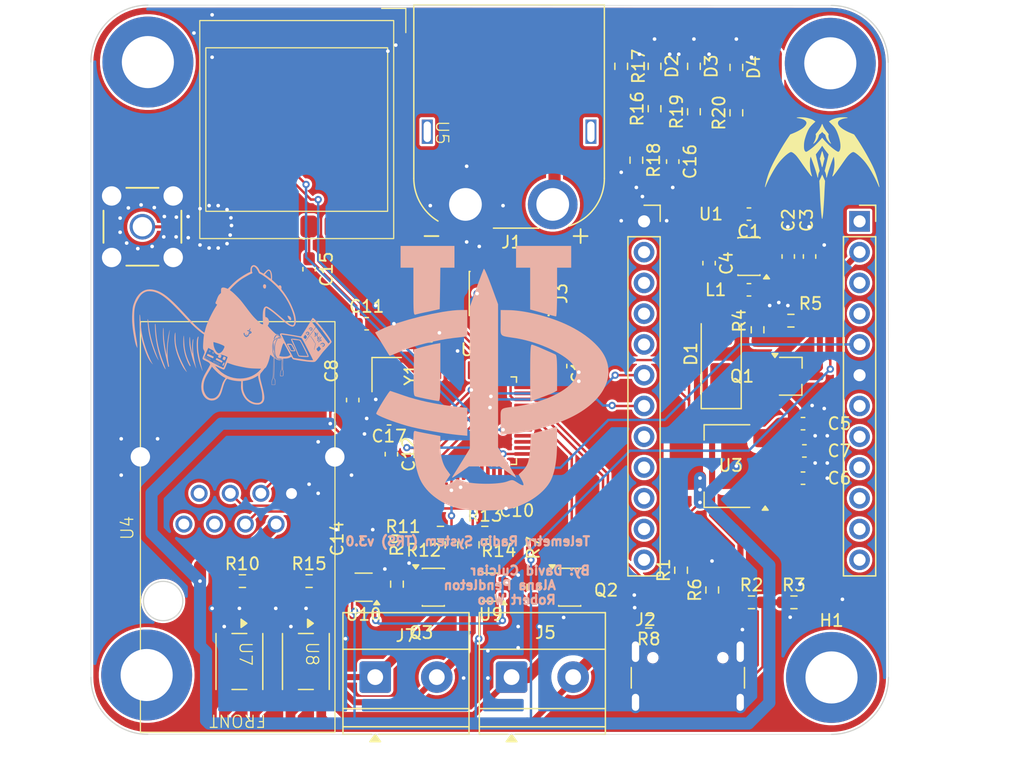
<source format=kicad_pcb>
(kicad_pcb (version 20241229) (generator "pcbnew") (generator_version "9.0")
  (layers (0 "F.Cu" signal) (2 "B.Cu" power) (13 "F.Paste" user) (15 "B.Paste" user) (5 "F.SilkS" user "F.Silkscreen") (7 "B.SilkS" user "B.Silkscreen") (1 "F.Mask" user) (3 "B.Mask" user) (25 "Edge.Cuts" user))
  (net 0 "")
  (net 1 "GND")
  (net 2 "+8V")
  (net 3 "+5V")
  (net 4 "Net-(U1-SW)")
  (net 5 "Net-(U1-BST)")
  (net 8 "NRST")
  (net 9 "Net-(J2-CC2)")
  (net 10 "Net-(D1-K)")
  (net 11 "+3.3V")
  (net 12 "USB_DM")
  (net 13 "USB_DP")
  (net 14 "USB_DETECT")
  (net 15 "SWDIO")
  (net 17 "Net-(U2-PD0)")
  (net 21 "SWCLK")
  (net 27 "Net-(J2-CC1)")
  (net 30 "NRST_LORA")
  (net 32 "NMOS1")
  (net 33 "RADIO_MISO")
  (net 39 "unconnected-(Y1-Pad1)")
  (net 40 "STM_TX_LORA_RX")
  (net 42 "STM_TX_ETH_RX")
  (net 43 "Net-(Q1-G)")
  (net 44 "RADIO_nRST")
  (net 45 "ETH_RST")
  (net 46 "STM_RX_LORA_TX")
  (net 47 "RADIO_CS")
  (net 48 "RADIO_MOSI")
  (net 49 "STM_RX_ETH_TX")
  (net 50 "RADIO_SCK")
  (net 51 "Net-(J4-In)")
  (net 52 "RADIO_DIO0")
  (net 53 "RADIO_DIO2")
  (net 54 "RADIO_DIO5")
  (net 55 "RADIO_DIO4")
  (net 56 "RADIO_DIO1")
  (net 57 "RADIO_DIO3")
  (net 58 "LOGICA1")
  (net 59 "st12")
  (net 60 "st11")
  (net 61 "st22")
  (net 62 "LOGICA2")
  (net 63 "NMOS2")
  (net 72 "USB5V")
  (net 87 "st21")
  (net 88 "Net-(R10-Pad1)")
  (net 89 "Net-(R10-Pad2)")
  (net 90 "Net-(R13-Pad2)")
  (net 91 "Net-(R15-Pad2)")
  (net 92 "ADC1")
  (net 93 "Net-(D2-A)")
  (net 94 "Net-(D3-A)")
  (net 95 "Net-(D4-A)")
  (net 96 "LOGICB2")
  (net 97 "LOGICB1")
  (footprint "Resistor_SMD:R_0603_1608Metric_Pad0.98x0.95mm_HandSolder" (layer "F.Cu") (at 149.19 136.35 90)
    (property "Reference" "R1")
    (property "Value" "1.5k")
  )
  (footprint "Capacitor_SMD:C_0603_1608Metric_Pad1.08x0.95mm_HandSolder" (layer "F.Cu") (at 154.79 113.2)
    (property "Reference" "L1")
    (property "Value" "4.7uf")
  )
  (footprint "Capacitor_SMD:C_0603_1608Metric_Pad1.08x0.95mm_HandSolder" (layer "F.Cu") (at 159.25 128.75)
    (property "Reference" "C6")
    (property "Value" "10uf")
  )
  (footprint "Package_TO_SOT_SMD:SOT-23-6" (layer "F.Cu") (at 128.75 137.75)
    (property "Reference" "Q3")
    (property "Value" "NMOS")
  )
  (footprint "Resistor_SMD:R_0603_1608Metric_Pad0.98x0.95mm_HandSolder" (layer "F.Cu") (at 132 134.25 -90)
    (property "Reference" "R14")
    (property "Value" "0")
  )
  (footprint "Capacitor_SMD:C_0603_1608Metric_Pad1.08x0.95mm_HandSolder" (layer "F.Cu") (at 154.79 106.95 180)
    (property "Reference" "C1")
    (property "Value" "10uf")
  )
  (footprint "Capacitor_SMD:C_0603_1608Metric_Pad1.08x0.95mm_HandSolder" (layer "F.Cu") (at 125.29 126.77 -90)
    (property "Reference" "C12")
    (property "Value" "0.1uf")
  )
  (footprint "Connector_PinHeader_1.27mm:PinHeader_2x05_P1.27mm_Vertical_SMD" (layer "F.Cu") (at 135 113.5 -90)
    (property "Reference" "J3")
    (property "Value" "ARM Cortex Debug")
  )
  (footprint "Resistor_SMD:R_0603_1608Metric_Pad0.98x0.95mm_HandSolder" (layer "F.Cu") (at 144.25 94.75 -90)
    (property "Reference" "R17")
    (property "Value" "10k")
  )
  (footprint "Capacitor_SMD:C_0603_1608Metric_Pad1.08x0.95mm_HandSolder" (layer "F.Cu") (at 148.5 102.6125 -90)
    (property "Reference" "C16")
    (property "Value" "100nf")
  )
  (footprint "Resistor_SMD:R_0603_1608Metric_Pad0.98x0.95mm_HandSolder" (layer "F.Cu") (at 125.75 137.5 90)
    (property "Reference" "R9")
    (property "Value" "100k")
  )
  (footprint "Resistor_SMD:R_0603_1608Metric_Pad0.98x0.95mm_HandSolder" (layer "F.Cu") (at 113 137.25)
    (property "Reference" "R10")
    (property "Value" "180")
  )
  (footprint "Resistor_SMD:R_0603_1608Metric_Pad0.98x0.95mm_HandSolder" (layer "F.Cu") (at 151.76 137.98 90)
    (property "Reference" "R6")
    (property "Value" "1.5k")
  )
  (footprint "Capacitor_SMD:C_0603_1608Metric_Pad1.08x0.95mm_HandSolder" (layer "F.Cu") (at 159.25 124.25)
    (property "Reference" "C5")
    (property "Value" "10uf")
  )
  (footprint "Connector_AMASS:AMASS_XT60PW-M_1x02_P7.20mm_Horizontal" (layer "F.Cu") (at 131.4 106.15)
    (property "Reference" "J1")
    (property "Value" "Conn_01x02_Pin")
  )
  (footprint "Package_TO_SOT_SMD:TSOT-23-6" (layer "F.Cu") (at 154.79 110.45 180)
    (property "Reference" "U1")
    (property "Value" "AP63205WU")
  )
  (footprint "UCIRP-KiCAD-Lib:Untitled" (layer "F.Cu") (at 146.135 107.55 180)
    (property "Reference" "U6" (hide yes))
    (property "Value" "SEEEDSTUDIOLORA" (hide yes))
  )
  (footprint "Resistor_SMD:R_0603_1608Metric_Pad0.98x0.95mm_HandSolder" (layer "F.Cu") (at 158.25 115.75 180)
    (property "Reference" "R5")
    (property "Value" "470k")
  )
  (footprint "Resistor_SMD:R_0603_1608Metric_Pad0.98x0.95mm_HandSolder" (layer "F.Cu") (at 145.5 102.5 -90)
    (property "Reference" "R18")
    (property "Value" "6.8k")
  )
  (footprint "Resistor_SMD:R_0603_1608Metric_Pad0.98x0.95mm_HandSolder" (layer "F.Cu") (at 150.25 94.75 -90)
    (property "Reference" "D3")
    (property "Value" "LED")
  )
  (footprint "MountingHole:MountingHole_4.3mm_M4_DIN965_Pad_TopBottom" (layer "F.Cu") (at 105.2 94.4)
    (property "Reference" "H3" (hide yes))
    (property "Value" "MountingHole_Pad")
  )
  (footprint "Package_TO_SOT_SMD:TSOT-23_HandSoldering" (layer "F.Cu") (at 158.2125 120.3375)
    (property "Reference" "Q1")
    (property "Value" "Q_PMOS")
  )
  (footprint "Resistor_SMD:R_0603_1608Metric_Pad0.98x0.95mm_HandSolder" (layer "F.Cu") (at 137 137.75 90)
    (property "Reference" "R7")
    (property "Value" "100k")
  )
  (footprint "Resistor_SMD:R_0603_1608Metric_Pad0.98x0.95mm_HandSolder" (layer "F.Cu") (at 130.25 134.25 -90)
    (property "Reference" "R12")
    (property "Value" "0")
  )
  (footprint "TerminalBlock_Phoenix:TerminalBlock_Phoenix_MKDS-1,5-2-5.08_1x02_P5.08mm_Horizontal" (layer "F.Cu") (at 123.955 145.1725)
    (property "Reference" "J7")
    (property "Value" "Screw_Terminal_01x02")
  )
  (footprint "Resistor_SMD:R_0603_1608Metric_Pad0.98x0.95mm_HandSolder" (layer "F.Cu") (at 153.75 94.8375 -90)
    (property "Reference" "D4")
    (property "Value" "LED")
  )
  (footprint "UCIRP-KiCAD-Lib:RFM95W" (layer "F.Cu") (at 117.48 99.97 -90)
    (property "Reference" "U5")
    (property "Value" "~")
  )
  (footprint "Package_TO_SOT_SMD:SOT-363_SC-70-6" (layer "F.Cu") (at 133.5 137.75 180)
    (property "Reference" "U9")
    (property "Value" "SN74LVC1T45DCK")
  )
  (footprint "Package_TO_SOT_SMD:SOT-23-6" (layer "F.Cu") (at 140 137.75)
    (property "Reference" "Q2")
    (property "Value" "NMOS")
  )
  (footprint "Capacitor_SMD:C_0603_1608Metric_Pad1.08x0.95mm_HandSolder" (layer "F.Cu") (at 125.1 123.85 180)
    (property "Reference" "C17")
    (property "Value" "0.1uf")
  )
  (footprint "MountingHole:MountingHole_4.3mm_M4_DIN965_Pad_TopBottom" (layer "F.Cu") (at 161.5 94.5)
    (property "Reference" "H4" (hide yes))
    (property "Value" "MountingHole_Pad")
  )
  (footprint "Resistor_SMD:R_0603_1608Metric_Pad0.98x0.95mm_HandSolder" (layer "F.Cu") (at 147 94.75 -90)
    (property "Reference" "D2")
    (property "Value" "LED")
  )
  (footprint "Resistor_SMD:R_0603_1608Metric_Pad0.98x0.95mm_HandSolder" (layer "F.Cu") (at 158.5 139)
    (property "Reference" "R3")
    (property "Value" "20k")
  )
  (footprint "Package_QFP:LQFP-48_7x7mm_P0.5mm" (layer "F.Cu") (at 132 124)
    (property "Reference" "U2")
    (property "Value" "STM32F103C8Tx")
  )
  (footprint "Package_TO_SOT_SMD:SOT-363_SC-70-6" (layer "F.Cu") (at 123 137.75 180)
    (property "Reference" "U10")
    (property "Value" "SN74LVC1T45DCK")
  )
  (footprint "Capacitor_SMD:C_0603_1608Metric_Pad1.08x0.95mm_HandSolder" (layer "F.Cu") (at 158.03 110.45 90)
    (property "Reference" "C2")
    (property "Value" "22uf")
  )
  (footprint "TerminalBlock_Phoenix:TerminalBlock_Phoenix_MKDS-1,5-2-5.08_1x02_P5.08mm_Horizontal" (layer "F.Cu") (at 135.205 145.1725)
    (property "Reference" "J5")
    (property "Value" "Screw_Terminal_01x02")
  )
  (footprint "Resistor_SMD:R_0603_1608Metric_Pad0.98x0.95mm_HandSolder" (layer "F.Cu") (at 146.52 140.6 180)
    (property "Reference" "R8")
    (property "Value" "1.5k")
  )
  (footprint "Capacitor_SMD:C_0603_1608Metric_Pad1.08x0.95mm_HandSolder" (layer "F.Cu") (at 151.5 111 -90)
    (property "Reference" "C4")
    (property "Value" "100nf")
  )
  (footprint "Crystal:Crystal_SMD_2016-4Pin_2.0x1.6mm" (layer "F.Cu") (at 124.9 120.2 -90)
    (property "Reference" "Y1")
    (property "Value" "16MHz")
  )
  (footprint "Capacitor_SMD:C_0603_1608Metric_Pad1.08x0.95mm_HandSolder" (layer "F.Cu") (at 122.1 122.3 -90)
    (property "Reference" "C8")
    (property "Value" "4.7uf")
  )
  (footprint "Resistor_SMD:R_0603_1608Metric_Pad0.98x0.95mm_HandSolder" (layer "F.Cu") (at 150.25 98.5 90)
    (property "Reference" "R19")
    (property "Value" "150")
  )
  (footprint "Capacitor_SMD:C_0603_1608Metric_Pad1.08x0.95mm_HandSolder" (layer "F.Cu") (at 128.5 118)
    (property "Reference" "C9")
    (property "Value" "0.1uf")
  )
  (footprint "Capacitor_SMD:C_0603_1608Metric_Pad1.08x0.95mm_HandSolder" (layer "F.Cu") (at 139.25 119.5 -90)
    (property "Reference" "C13")
    (property "Value" "0.1uf")
  )
  (footprint "UCIRP-KiCAD-Lib:optocoupler" (layer "F.Cu") (at 118.25 143.25 -90)
    (property "Reference" "U8")
    (property "Value" "TLP3553A(TP1,F")
  )
  (footprint "Resistor_SMD:R_0603_1608Metric_Pad0.98x0.95mm_HandSolder" (layer "F.Cu") (at 129.3375 133.25 180)
    (property "Reference" "R11")
    (property "Value" "0")
  )
  (footprint "MountingHole:MountingHole_4.3mm_M4_DIN965_Pad_TopBottom" (layer "F.Cu") (at 105.1 145)
    (property "Reference" "H2" (hide yes))
    (property "Value" "MountingHole_Pad")
  )
  (footprint "Resistor_SMD:R_0603_1608Metric_Pad0.98x0.95mm_HandSolder" (layer "F.Cu") (at 155.5 116.5 90)
    (property "Reference" "R4")
    (property "Value" "10k")
  )
  (footprint "UCIRP-KiCAD-Lib:GC-XPORT" (layer "F.Cu") (at 112.61 132.78 90)
    (property "Reference" "U4")
    (property "Value" "~")
    (fp_circle (center -6.11 -6.15) (end -4.485 -6.15) (stroke (width 0.1)) (fill no) (layer "Edge.Cuts"))
  )
  (footprint "Connector_USB:USB_C_Receptacle_GCT_USB4105-xx-A_16P_TopMnt_Horizontal" (layer "F.Cu") (at 149.75 146.18)
    (property "Reference" "J2")
    (property "Value" "USB_C_Receptacle_USB2.0_16P")
  )
  (footprint "Capacitor_SMD:C_0603_1608Metric_Pad1.08x0.95mm_HandSolder" (layer "F.Cu") (at 118.5 111.5 -90)
    (property "Reference" "C15")
    (property "Value" "10uf")
  )
  (footprint "Resistor_SMD:R_0603_1608Metric_Pad0.98x0.95mm_HandSolder" (layer "F.Cu") (at 153.75 98.5875 90)
    (property "Reference" "R20")
    (property "Value" "330")
  )
  (footprint "LOGO" (layer "F.Cu") (at 160.801694 103.030424)
    (property "Reference" "G***" (hide yes))
    (property "Value" "LOGO" (hide yes))
  )
  (footprint "Capacitor_SMD:C_0603_1608Metric_Pad1.08x0.95mm_HandSolder" (layer "F.Cu") (at 135.6375 130 180)
    (property "Reference" "C10")
    (property "Value" "0.1uf")
  )
  (footprint "Resistor_SMD:R_0603_1608Metric_Pad0.98x0.95mm_HandSolder" (layer "F.Cu") (at 147 98.25 90)
    (property "Reference" "R16")
    (property "Value" "560")
  )
  (footprint "Resistor_SMD:R_0603_1608Metric_Pad0.98x0.95mm_HandSolder" (layer "F.Cu") (at 155 139)
    (property "Reference" "R2")
    (property "Value" "10k")
  )
  (footprint "Resistor_SMD:R_0603_1608Metric_Pad0.98x0.95mm_HandSolder" (layer "F.Cu") (at 133 133.25)
    (property "Reference" "R13")
    (property "Value" "0")
  )
  (footprint "Resistor_SMD:R_0603_1608Metric_Pad0.98x0.95mm_HandSolder" (layer "F.Cu") (at 118.5 137.25)
    (property "Reference" "R15")
    (property "Value" "180")
  )
  (footprint "Capacitor_SMD:C_0603_1608Metric_Pad1.08x0.95mm_HandSolder" (layer "F.Cu") (at 159.3625 126.5)
    (property "Reference" "C7")
    (property "Value" "10uf")
  )
  (footprint "MountingHole:MountingHole_4.3mm_M4_DIN965_Pad_TopBottom" (layer "F.Cu") (at 161.6 145.2)
    (property "Reference" "H1")
    (property "Value" "MountingHole_Pad")
  )
  (footprint "Capacitor_SMD:C_0603_1608Metric_Pad1.08x0.95mm_HandSolder" (layer "F.Cu") (at 123.25 116)
    (property "Reference" "C11")
    (property "Value" "0.1uf")
  )
  (footprint "UCIRP-KiCAD-Lib:optocoupler" (layer "F.Cu") (at 112.765 143.25 -90)
    (property "Reference" "U7")
    (property "Value" "TLP3553A(TP1,F")
  )
  (footprint "Capacitor_SMD:C_0603_1608Metric_Pad1.08x0.95mm_HandSolder" (layer "F.Cu") (at 159.79 110.45 90)
    (property "Reference" "C3")
    (property "Value" "22uf")
  )
  (footprint "Diode_SMD:D_SMA_Handsoldering" (layer "F.Cu") (at 152.5 118.5 90)
    (property "Reference" "D1")
    (property "Value" "D_Schottky")
  )
  (footprint "UCIRP-KiCAD-Lib:CONN_73391-0070_MOL" (layer "F.Cu") (at 104.75 107.9925 180)
    (property "Reference" "J4" (hide yes))
    (property "Value" "Conn_Coaxial")
  )
  (footprint "Package_TO_SOT_SMD:SOT-223-3_TabPin2" (layer "F.Cu") (at 153 127.75 180)
    (property "Reference" "U3")
    (property "Value" "AMS1117-3.3")
  )
  (footprint "Capacitor_SMD:C_0603_1608Metric_Pad1.08x0.95mm_HandSolder" (layer "F.Cu") (at 122.25 133.75 90)
    (property "Reference" "C14")
    (property "Value" "10uf")
  )
  (footprint "LOGO" (layer "B.Cu") (at 112.748793 116.955388 180)
    (property "Reference" "G***")
    (property "Value" "LOGO" (hide yes))
  )
  (footprint "UCIRP-KiCAD-Lib:UCIRP_Logo_2" (layer "B.Cu") (at 132.92 120.08 180)
    (property "Reference" "REF**" (hide yes))
    (property "Value" "UCIRP_Logo_2" (hide yes))
  )
  (gr_arc (start 166.299998 145.199998) (mid 164.9234 148.5234) (end 161.599998 149.899998) (stroke (width 0.1)) (layer "Edge.Cuts"))
  (gr_arc (start 100.500002 94.400002) (mid 101.8766 91.0766) (end 105.200002 89.700002) (stroke (width 0.1)) (layer "Edge.Cuts"))
  (gr_arc (start 105.2 149.9) (mid 101.876598 148.523402) (end 100.5 145.2) (stroke (width 0.1)) (layer "Edge.Cuts"))
  (gr_arc (start 161.576598 89.723402) (mid 164.9 91.1) (end 166.276598 94.423402) (stroke (width 0.1)) (layer "Edge.Cuts"))
  (gr_line (start 166.276598 94.423402) (end 166.299997 145.199998) (stroke (width 0.05)) (layer "Edge.Cuts"))
  (gr_line (start 100.5 145.2) (end 100.500003 94.400002) (stroke (width 0.05)) (layer "Edge.Cuts"))
  (gr_line (start 161.599998 149.899998) (end 105.2 149.9) (stroke (width 0.05)) (layer "Edge.Cuts"))
  (gr_line (start 105.200002 89.700003) (end 161.576598 89.723403) (stroke (width 0.05)) (layer "Edge.Cuts"))
  (gr_text "Telemetry Radio System (TRS) v3.0\n\nBy: David Culciar\n	Alana Pendleton\n	Robert Woo" (at 141.78 139.23 0) (layer "B.SilkS") (effects (font (size 0.75 0.75) (thickness 0.1875) (bold yes)) (justify left bottom mirror)))
  (segment (start 151.76 135.61) (end 151.74 135.59) (width 0.2) (layer "F.Cu") (net 1))
  (segment (start 139.25 120.3625) (end 137.8625 121.75) (width 0.2) (layer "F.Cu") (net 1))
  (segment (start 125.449 92.799) (end 125.449 93) (width 1) (layer "F.Cu") (net 1))
  (segment (start 129.75 118.3875) (end 129.3625 118) (width 0.2) (layer "F.Cu") (net 1))
  (segment (start 152.95 142.5) (end 153.495 142.5) (width 0.5) (layer "F.Cu") (net 1))
  (segment (start 124.65 92) (end 125.449 92.799) (width 1) (layer "F.Cu") (net 1))
  (segment (start 132.55 137.75) (end 134.45 137.75) (width 0.2) (layer "F.Cu") (net 1))
  (segment (start 122.05 137.75) (end 123.95 137.75) (width 0.2) (layer "F.Cu") (net 1))
  (segment (start 153.495 142.5) (end 154.07 143.075) (width 0.5) (layer "F.Cu") (net 1))
  (segment (start 129.75 119.8375) (end 129.75 118.3875) (width 0.2) (layer "F.Cu") (net 1))
  (segment (start 124.5 92) (end 124.5 92.867214) (width 1) (layer "F.Cu") (net 1))
  (segment (start 132.46 109.7) (end 132.54 109.62) (width 0.2) (layer "F.Cu") (net 1))
  (segment (start 134.25 129.475) (end 134.775 130) (width 0.2) (layer "F.Cu") (net 1))
  (segment (start 124.5 92.867214) (end 125.066393 93.433607) (width 1) (layer "F.Cu") (net 1))
  (segment (start 146.55 142.5) (end 146.005 142.5) (width 0.5) (layer "F.Cu") (net 1))
  (segment (start 146.005 142.5) (end 145.43 143.075) (width 0.5) (layer "F.Cu") (net 1))
  (segment (start 124.5 92) (end 124.65 92) (width 1) (layer "F.Cu") (net 1))
  (segment (start 134.25 128.1625) (end 134.25 129.475) (width 0.2) (layer "F.Cu") (net 1))
  (segment (start 151.76 137.0675) (end 151.76 135.61) (width 0.2) (layer "F.Cu") (net 1))
  (segment (start 137.8625 121.75) (end 136.1625 121.75) (width 0.2) (layer "F.Cu") (net 1))
  (segment (start 132.46 111.55) (end 132.46 109.7) (width 0.2) (layer "F.Cu") (net 1))
  (via (at 111 106.25) (size 0.6) (drill 0.3) (layers "F.Cu" "B.Cu") (net 1))
  (via (at 102.91 107.28) (size 0.6) (drill 0.3) (layers "F.Cu" "B.Cu") (net 1))
  (via (at 149 93.75) (size 0.6) (drill 0.3) (layers "F.Cu" "B.Cu") (net 1))
  (via (at 111.99 108.68) (size 0.6) (drill 0.3) (layers "F.Cu" "B.Cu") (net 1))
  (via (at 156.5 114.5) (size 0.6) (drill 0.3) (layers "F.Cu" "B.Cu") (net 1))
  (via (at 123.25 123.82) (size 0.6) (drill 0.3) (layers "F.Cu" "B.Cu") (net 1))
  (via (at 110.25 106.25) (size 0.6) (drill 0.3) (layers "F.Cu" "B.Cu") (net 1))
  (via (at 120.75 133) (size 0.6) (drill 0.3) (layers "F.Cu" "B.Cu") (net 1))
  (via (at 106.51 108.83) (size 0.6) (drill 0.3) (layers "F.Cu" "B.Cu") (net 1))
  (via (at 144.25 107.5) (size 0.6) (drill 0.3) (layers "F.Cu" "B.Cu") (net 1))
  (via (at 131.5 109.25) (size 0.6) (drill 0.3) (layers "F.Cu" "B.Cu") (net 1))
  (via (at 112.1 107.89) (size 0.6) (drill 0.3) (layers "F.Cu" "B.Cu") (net 1))
  (via (at 144.25 103.5) (size 0.6) (drill 0.3) (layers "F.Cu" "B.Cu") (net 1))
  (via (at 119.25 130) (size 0.6) (drill 0.3) (layers "F.Cu" "B.Cu") (net 1))
  (via (at 134.75 131.25) (size 0.6) (drill 0.3) (layers "F.Cu" "B.Cu") (net 1))
  (via (at 102.91 108.45) (size 0.6) (drill 0.3) (layers "F.Cu" "B.Cu") (net 1))
  (via (at 161.25 125.25) (size 0.6) (drill 0.3) (layers "F.Cu" "B.Cu") (net 1))
  (via (at 160 122.75) (size 0.6) (drill 0.3) (layers "F.Cu" "B.Cu") (net 1))
  (via (at 103 128.5) (size 0.6) (drill 0.3) (layers "F.Cu" "B.Cu") (net 1))
  (via (at 129.25 116.75) (size 0.6) (drill 0.3) (layers "F.Cu" "B.Cu") (net 1))
  (via (at 111.73 109.39) (size 0.6) (drill 0.3) (layers "F.Cu" "B.Cu") (net 1))
  (via (at 104.37 109.8) (size 0.6) (drill 0.3) (layers "F.Cu" "B.Cu") (net 1))
  (via (at 160.25 127.5) (size 0.6) (drill 0.3) (layers "F.Cu" "B.Cu") (net 1))
  (via (at 118.5 129.25) (size 0.6) (drill 0.3) (layers "F.Cu" "B.Cu") (net 1))
  (via (at 124 114.5) (size 0.6) (drill 0.3) (layers "F.Cu" "B.Cu") (net 1))
  (via (at 108.52 107.16) (size 0.6) (drill 0.3) (layers "F.Cu" "B.Cu") (net 1))
  (via (at 162.5 138.75) (size 0.6) (drill 0.3) (layers "F.Cu" "B.Cu") (net 1))
  (via (at 119.25 125.75) (size 0.6) (drill 0.3) (layers "F.Cu" "B.Cu") (net 1))
  (via (at 150.25 92.5) (size 0.6) (drill 0.3) (layers "F.Cu" "B.Cu") (net 1))
  (via (at 154.25 141.25) (size 0.6) (drill 0.3) (layers "F.Cu" "B.Cu") (net 1))
  (via (at 133.25 143) (size 0.6) (drill 0.3) (layers "F.Cu" "B.Cu") (net 1))
  (via (at 135.75 136.75) (size 0.6) (drill 0.3) (layers "F.Cu" "B.Cu") (net 1))
  (via (at 105.73 106.41) (size 0.6) (drill 0.3) (layers "F.Cu" "B.Cu") (net 1))
  (via (at 107.53 108.83) (size 0.6) (drill 0.3) (layers "F.Cu" "B.Cu") (net 1))
  (via (at 105.55 109.62) (size 0.6) (drill 0.3) (layers "F.Cu" "B.Cu") (net 1))
  (via (at 103 125.5) (size 0.6) (drill 0.3) (layers "F.Cu" "B.Cu") (net 1))
  (via (at 118.25 139.5) (size 0.6) (drill 0.3) (layers "F.Cu" "B.Cu") (net 1))
  (via (at 137.5 141) (size 0.6) (drill 0.3) (layers "F.Cu" "B.Cu") (net 1))
  (via (at 159.75 108) (size 0.6) (drill 0.3) (layers "F.Cu" "B.Cu") (net 1))
  (via (at 121.5 142) (size 0.6) (drill 0.3) (layers "F.Cu" "B.Cu") (net 1))
  (via (at 126.75 135.7625) (size 0.6) (drill 0.3) (layers "F.Cu" "B.Cu") (net 1))
  (via (at 157.25 114.25) (size 0.6) (drill 0.3) (layers "F.Cu" "B.Cu") (net 1))
  (via (at 153.75 92.5) (size 0.6) (drill 0.3) (layers "F.Cu" "B.Cu") (net 1))
  (via (at 109 92) (size 0.6) (drill 0.3) (layers "F.Cu" "B.Cu") (net 1))
  (via (at 112.75 139.5) (size 0.6) (drill 0.3) (layers "F.Cu" "B.Cu") (net 1))
  (via (at 148.25 93.75) (size 0.6) (drill 0.3) (layers "F.Cu" "B.Cu") (net 1))
  (via (at 125.65 93) (size 0.6) (drill 0.3) (layers "F.Cu" "B.Cu") (net 1))
  (via (at 151.5 93.75) (size 0.6) (drill 0.3) (layers "F.Cu" "B.Cu") (net 1))
  (via (at 106.56 107.15) (size 0.6) (drill 0.3) (layers "F.Cu" "B.Cu") (net 1))
  (via (at 161 109.5) (size 0.6) (drill 0.3) (layers "F.Cu" "B.Cu") (net 1))
  (via (at 161 123) (size 0.6) (drill 0.3) (layers "F.Cu" "B.Cu") (net 1))
  (via (at 151.74 135.59) (size 0.6) (drill 0.3) (layers "F.Cu" "B.Cu") (net 1))
  (via (at 161.25 127.5) (size 0.6) (drill 0.3) (layers "F.Cu" "B.Cu") (net 1))
  (via (at 111.73 106.58) (size 0.6) (drill 0.3) (layers "F.Cu" "B.Cu") (net 1))
  (via (at 131.25 145.25) (size 0.6) (drill 0.3) (layers "F.Cu" "B.Cu") (net 1))
  (via (at 132.54 109.62) (size 0.6) (drill 0.3) (layers "F.Cu" "B.Cu") (net 1))
  (via (at 131.5 103) (size 0.6) (drill 0.3) (layers "F.Cu" "B.Cu") (net 1))
  (via (at 124.75 136.25) (size 0.6) (drill 0.3) (layers "F.Cu" "B.Cu") (net 1))
  (via (at 140.75 120.75) (size 0.6) (drill 0.3) (layers "F.Cu" "B.Cu") (net 1))
  (via (at 125 93.5) (size 0.6) (drill 0.3) (layers "F.Cu" "B.Cu") (net 1))
  (via (at 123.07 125.1) (size 0.6) (drill 0.3) (layers "F.Cu" "B.Cu") (net 1))
  (via (at 107.55 107.2) (size 0.6) (drill 0.3) (layers "F.Cu" "B.Cu") (net 1))
  (via (at 155 94) (size 0.6) (drill 0.3) (layers "F.Cu" "B.Cu") (net 1))
  (via (at 111 109.75) (size 0.6) (drill 0.3) (layers "F.Cu" "B.Cu") (net 1))
  (via (at 109.5 109.5) (size 0.6) (drill 0.3) (layers "F.Cu" "B.Cu") (net 1))
  (via (at 133.25 145.25) (size 0.6) (drill 0.3) (layers "F.Cu" "B.Cu") (net 1))
  (via (at 111.5 141) (size 0.6) (drill 0.3) (layers "F.Cu" "B.Cu") (net 1))
  (via (at 103.59 106.44) (size 0.6) (drill 0.3) (layers "F.Cu" "B.Cu") (net 1))
  (via (at 135.75 142.75) (size 0.6) (drill 0.3) (layers "F.Cu" "B.Cu") (net 1))
  (via (at 108.53 108.9) (size 0.6) (drill 0.3) (layers "F.Cu" "B.Cu") (net 1))
  (via (at 145.33 138.4) (size 0.6) (drill 0.3) (layers "F.Cu" "B.Cu") (net 1))
  (via (at 130.75 118.25) (size 0.6) (drill 0.3) (layers "F.Cu" "B.Cu") (net 1))
  (via (at 147 92.5) (size 0.6) (drill 0.3) (layers "F.Cu" "B.Cu") (net 1))
  (via (at 158 108) (size 0.6) (drill 0.3) (layers "F.Cu" "B.Cu") (net 1))
  (via (at 104.64 106.19) (size 0.6) (drill 0.3) (layers "F.Cu" "B.Cu") (net 1))
  (via (at 128.5 106.25) (size 0.6) (drill 0.3) (layers "F.Cu" "B.Cu") (net 1))
  (via (at 145.75 93.75) (size 0.6) (drill 0.3) (layers "F.Cu" "B.Cu") (net 1))
  (via (at 106 125.5) (size 0.6) (drill 0.3) (layers "F.Cu" "B.Cu") (net 1))
  (via (at 135.75 141) (size 0.6) (drill 0.3) (layers "F.Cu" "B.Cu") (net 1))
  (via (at 112.05 107.26) (size 0.6) (drill 0.3) (layers "F.Cu" "B.Cu") (net 1))
  (via (at 103.45 109.34) (size 0.6) (drill 0.3) (layers "F.Cu" "B.Cu") (net 1))
  (via (at 122 128.5) (size 0.6) (drill 0.3) (layers "F.Cu" "B.Cu") (net 1))
  (via (at 148.5 104.75) (size 0.6) (drill 0.3) (layers "F.Cu" "B.Cu") (net 1))
  (via (at 139.5 140.25) (size 0.6) (drill 0.3) (layers "F.Cu" "B.Cu") (net 1))
  (via (at 125.5 116) (size 0.6) (drill 0.3) (layers "F.Cu" "B.Cu") (net 1))
  (via (at 145.5 104.75) (size 0.6) (drill 0.3) (layers "F.Cu" "B.Cu") (net 1))
  (via (at 146 105.5) (size 0.6) (drill 0.3) (layers "F.Cu" "B.Cu") (net 1))
  (via (at 148 107.5) (size 0.6) (drill 0.3) (layers "F.Cu" "B.Cu") (net 1))
  (via (at 160.25 125.25) (size 0.6) (drill 0.3) (layers "F.Cu" "B.Cu") (net 1))
  (via (at 117 141) (size 0.6) (drill 0.3) (layers "F.Cu" "B.Cu") (net 1))
  (via (at 115.75 139.5) (size 0.6) (drill 0.3) (layers "F.Cu" "B.Cu") (net 1))
  (via (at 158 114.5) (size 0.6) (drill 0.3) (layers "F.Cu" "B.Cu") (net 1))
  (via (at 161.25 128.75) (size 0.6) (drill 0.3) (layers "F.Cu" "B.Cu") (net 1))
  (via (at 140.75 120) (size 0.6) (drill 0.3) (layers "F.Cu" "B.Cu") (net 1))
  (via (at 158.19 140.23) (size 0.6) (drill 0.3) (layers "F.Cu" "B.Cu") (net 1))
  (via (at 110.5 139.5) (size 0.6) (drill 0.3) (layers "F.Cu" "B.Cu") (net 1))
  (via (at 134.5 106.25) (size 0.6) (drill 0.3) (layers "F.Cu" "B.Cu") (net 1))
  (via (at 110.25 109.75) (size 0.6) (drill 0.3) (layers "F.Cu" "B.Cu") (net 1))
  (via (at 124 122.25) (size 0.6) (drill 0.3) (layers "F.Cu" "B.Cu") (net 1))
  (via (at 123.75 133) (size 0.6) (drill 0.3) (layers "F.Cu" "B.Cu") (net 1))
  (via (at 109.5 106.5) (size 0.6) (drill 0.3) (layers "F.Cu" "B.Cu") (net 1))
  (via (at 110.5 90.5) (size 0.6) (drill 0.3) (layers "F.Cu" "B.Cu") (net 1))
  (via (at 110.5 94) (size 0.6) (drill 0.3) (layers "F.Cu" "B.Cu") (net 1))
  (via (at 159 137.5) (size 0.6) (drill 0.3) (layers "F.Cu" "B.Cu") (net 1))
  (via (at 145.36 139.44) (size 0.6) (drill 0.3) (layers "F.Cu" "B.Cu") (net 1))
  (segment (start 147 97.3375) (end 147 97.156866) (width 0.2) (layer "F.Cu") (net 2))
  (segment (start 144.25 93.8375) (end 144.25 92.5) (width 0.2) (layer "F.Cu") (net 2))
  (segment (start 142.75 91) (end 141.5 91) (width 1) (layer "F.Cu") (net 2))
  (segment (start 154.25 91) (end 142.75 91) (width 1) (layer "F.Cu") (net 2))
  (segment (start 157 105.6025) (end 157 93.75) (width 1) (layer "F.Cu") (net 2))
  (segment (start 138.75 106) (end 138.6 106.15) (width 1) (layer "F.Cu") (net 2))
  (segment (start 157 93.75) (end 154.25 91) (width 1) (layer "F.Cu") (net 2))
  (segment (start 155.6525 106.95) (end 155.6525 109.225) (width 1) (layer "F.Cu") (net 2))
  (segment (start 155.9275 109.5) (end 155.9275 110.399) (width 1) (layer "F.Cu") (net 2))
  (segment (start 144.25 92.5) (end 142.75 91) (width 0.2) (layer "F.Cu") (net 2))
  (segment (start 138.75 93.75) (end 138.75 106) (width 1) (layer "F.Cu") (net 2))
  (segment (start 155.6525 106.95) (end 157 105.6025) (width 1) (layer "F.Cu") (net 2))
  (segment (start 155.6525 109.225) (end 155.9275 109.5) (width 1) (layer "F.Cu") (net 2))
  (segment (start 141.5 91) (end 138.75 93.75) (width 1) (layer "F.Cu") (net 2))
  (segment (start 144.25 94.406866) (end 144.25 93.8375) (width 0.2) (layer "F.Cu") (net 2))
  (segment (start 147 97.156866) (end 144.25 94.406866) (width 0.2) (layer "F.Cu") (net 2))
  (segment (start 155.9275 112.925) (end 155.6525 113.2) (width 0.5) (layer "F.Cu") (net 3))
  (segment (start 160.6385 118.75) (end 160.6385 119.6215) (width 0.5) (layer "F.Cu") (net 3))
  (segment (start 161.5 119) (end 161.25 118.75) (width 0.2) (layer "F.Cu") (net 3))
  (segment (start 155.6525 113.2) (end 158.955266 113.2) (width 0.5) (layer "F.Cu") (net 3))
  (segment (start 158.955266 113.2) (end 160.6385 114.883234) (width 0.5) (layer "F.Cu") (net 3))
  (segment (start 160.6385 119.6215) (end 159.9225 120.3375) (width 0.5) (layer "F.Cu") (net 3))
  (segment (start 161.5 119.75) (end 161.5 119) (width 0.2) (layer "F.Cu") (net 3))
  (segment (start 134.45 140.5) (end 134.45 138.4) (width 0.2) (layer "F.Cu") (net 3))
  (segment (start 160.6385 114.883234) (end 160.6385 118.75) (width 0.5) (layer "F.Cu") (net 3))
  (segment (start 157.9425 111.4) (end 155.9275 111.4) (width 0.5) (layer "F.Cu") (net 3))
  (segment (start 155.9275 111.4) (end 155.9275 112.925) (width 0.5) (layer "F.Cu") (net 3))
  (segment (start 158.03 111.3125) (end 157.9425 111.4) (width 0.5) (layer "F.Cu") (net 3))
  (segment (start 161.25 118.75) (end 160.6385 118.75) (width 0.2) (layer "F.Cu") (net 3))
  (segment (start 124 140.5) (end 123.95 140.45) (width 0.2) (layer "F.Cu") (net 3))
  (segment (start 159.79 111.3125) (end 158.03 111.3125) (width 0.5) (layer "F.Cu") (net 3))
  (segment (start 123.95 140.45) (end 123.95 138.4) (width 0.2) (layer "F.Cu") (net 3))
  (via (at 124 140.5) (size 0.6) (drill 0.3) (layers "F.Cu" "B.Cu") (net 3))
  (via (at 134.45 140.5) (size 0.6) (drill 0.3) (layers "F.Cu" "B.Cu") (net 3))
  (via (at 161.5 119.75) (size 0.6) (drill 0.3) (layers "F.Cu" "B.Cu") (net 3))
  (segment (start 144.975057 126.481) (end 134.45 137.006057) (width 0.2) (layer "B.Cu") (net 3))
  (segment (start 161.5 119.75) (end 154.769 126.481) (width 0.2) (layer "B.Cu") (net 3))
  (segment (start 134.45 140.5) (end 134.2 140.75) (width 0.2) (layer "B.Cu") (net 3))
  (segment (start 134.45 137.006057) (end 134.45 140.5) (width 0.2) (layer "B.Cu") (net 3))
  (segment (start 124.25 140.75) (end 124 140.5) (width 0.2) (layer "B.Cu") (net 3))
  (segment (start 154.769 126.481) (end 144.975057 126.481) (width 0.2) (layer "B.Cu") (net 3))
  (segment (start 134.2 140.75) (end 124.25 140.75) (width 0.2) (layer "B.Cu") (net 3))
  (segment (start 154.766 112.3615) (end 154.766 110.901001) (width 0.5) (layer "F.Cu") (net 4))
  (segment (start 154.766 110.901001) (end 154.314999 110.45) (width 0.5) (layer "F.Cu") (net 4))
  (segment (start 151.9025 110.45) (end 151.29 109.8375) (width 0.3) (layer "F.Cu") (net 4))
  (segment (start 153.6525 110.45) (end 151.9025 110.45) (width 0.3) (layer "F.Cu") (net 4))
  (segment (start 154.314999 110.45) (end 153.6525 110.45) (width 0.5) (layer "F.Cu") (net 4))
  (segment (start 153.6525 110.45) (end 154.077678 110.45) (width 0.3) (layer "F.Cu") (net 4))
  (segment (start 153.9275 113.2) (end 154.766 112.3615) (width 0.5) (layer "F.Cu") (net 4))
  (segment (start 151.29 111.5625) (end 153.49 111.5625) (width 0.3) (layer "F.Cu") (net 5))
  (segment (start 153.49 111.5625) (end 153.6525 111.4) (width 0.3) (layer "F.Cu") (net 5))
  (segment (start 132.46 113.61) (end 132.36 113.51) (width 0.2) (layer "F.Cu") (net 8))
  (segment (start 132.46 115.45) (end 132.46 113.61) (width 0.2) (layer "F.Cu") (net 8))
  (segment (start 127.8375 124.25) (end 129.1 124.25) (width 0.2) (layer "F.Cu") (net 8))
  (segment (start 129.1 124.25) (end 131.88 121.47) (width 0.2) (layer "F.Cu") (net 8))
  (segment (start 126.3625 124.25) (end 127.8375 124.25) (width 0.2) (layer "F.Cu") (net 8))
  (segment (start 125.9625 123.85) (end 126.3625 124.25) (width 0.2) (layer "F.Cu") (net 8))
  (via (at 131.88 121.47) (size 0.6) (drill 0.3) (layers "F.Cu" "B.Cu") (net 8))
  (via (at 132.36 113.51) (size 0.6) (drill 0.3) (layers "F.Cu" "B.Cu") (net 8))
  (segment (start 131.88 121.47) (end 131.88 113.99) (width 0.2) (layer "B.Cu") (net 8))
  (segment (start 131.88 113.99) (end 132.36 113.51) (width 0.2) (layer "B.Cu") (net 8))
  (segment (start 151.76 138.8925) (end 151.5 139.1525) (width 0.2) (layer "F.Cu") (net 9))
  (segment (start 151.5 139.1525) (end 151.5 142.5) (width 0.2) (layer "F.Cu") (net 9))
  (segment (start 152.5 121) (end 156.215 121) (width 1) (layer "F.Cu") (net 10))
  (segment (start 158.5 123.285) (end 158.5 124.1375) (width 1) (layer "F.Cu") (net 10))
  (segment (start 157.35 124.25) (end 156.15 125.45) (width 1) (layer "F.Cu") (net 10))
  (segment (start 158.5 124.1375) (end 158.3875 124.25) (width 1) (layer "F.Cu") (net 10))
  (segment (start 156.215 121) (end 156.5025 121.2875) (width 1) (layer "F.Cu") (net 10))
  (segment (start 156.5025 121.2875) (end 158.5 123.285) (width 1) (layer "F.Cu") (net 10))
  (segment (start 158.3875 124.25) (end 157.35 124.25) (width 1) (layer "F.Cu") (net 10))
  (segment (start 110.8875 134.6125) (end 122.25 134.6125) (width 1) (layer "F.Cu") (net 11))
  (segment (start 147.75 119.5) (end 147.25 119) (width 0.2) (layer "F.Cu") (net 11))
  (segment (start 122.05 138.4) (end 122.05 139.55) (width 0.2) (layer "F.Cu") (net 11))
  (segment (start 118.5 110.6375) (end 122.3875 114.525) (width 0.2) (layer "F.Cu") (net 11))
  (segment (start 162.25 129.5) (end 161.25 130.5) (width 0.5) (layer "F.Cu") (net 11))
  (segment (start 150.75 128.65) (end 149.85 127.75) (width 1) (layer "F.Cu") (net 11))
  (segment (start 132.55 138.4) (end 132.55 141.95) (width 0.2) (layer "F.Cu") (net 11))
  (segment (start 136.75 121.25) (end 136.1625 121.25) (width 0.2) (layer "F.Cu") (net 11))
  (segment (start 136.5 129.9125) (end 136.5 130) (width 0.2) (layer "F.Cu") (net 11))
  (segment (start 125.25 125.8625) (end 121.8625 125.8625) (width 0.2) (layer "F.Cu") (net 11))
  (segment (start 125.45 119.5) (end 125.45 119.0625) (width 0.2) (layer "F.Cu") (net 11))
  (segment (start 156.15 127.75) (end 153.75 127.75) (width 1) (layer "F.Cu") (net 11))
  (segment (start 150.75 130.75) (end 150.75 129.7) (width 1) (layer "F.Cu") (net 11))
  (segment (start 129.25 119.8375) (end 127.6375 118.225) (width 0.2) (layer "F.Cu") (net 11))
  (segment (start 162.25 111.755) (end 162.25 129.5) (width 0.5) (layer "F.Cu") (net 11))
  (segment (start 126.0875 119.5) (end 127.8375 121.25) (width 0.2) (layer "F.Cu") (net 11))
  (segment (start 122.05 139.55) (end 122.25 139.75) (width 0.2) (layer "F.Cu") (net 11))
  (segment (start 136.5 130) (end 136.5 135.194) (width 0.2) (layer "F.Cu") (net 11))
  (segment (start 149.85 122.33724) (end 147.75 120.23724) (width 0.2) (layer "F.Cu") (net 11))
  (segment (start 132.55 141.95) (end 132.5 142) (width 0.2) (layer "F.Cu") (net 11))
  (segment (start 122.1 116.2875) (end 122.3875 116) (width 0.2) (layer "F.Cu") (net 11))
  (segment (start 161.25 130.5) (end 159 130.5) (width 0.5) (layer "F.Cu") (net 11))
  (segment (start 139.6125 119) (end 139.25 118.6375) (width 0.2) (layer "F.Cu") (net 11))
  (segment (start 120.25 124.25) (end 120.25 123.2875) (width 0.2) (layer "F.Cu") (net 11))
  (segment (start 159 130.5) (end 158.3875 129.8875) (width 0.5) (layer "F.Cu") (net 11))
  (segment (start 139.25 118.75) (end 136.75 121.25) (width 0.2) (layer "F.Cu") (net 11))
  (segment (start 125.45 119.0625) (end 124.3875 118) (width 0.2) (layer "F.Cu") (net 11))
  (segment (start 139.25 118.6375) (end 139.25 118.75) (width 0.2) (layer "F.Cu") (net 11))
  (segment (start 163.915 110.09) (end 162.25 111.755) (width 0.5) (layer "F.Cu") (net 11))
  (segment (start 134.75 128.1625) (end 136.5 129.9125) (width 0.2) (layer "F.Cu") (net 11))
  (segment (start 158.3875 126.819734) (end 158.3875 128.75) (width 0.5) (layer "F.Cu") (net 11))
  (segment (start 139.25 113.26) (end 139.25 118.6375) (width 0.2) (layer "F.Cu") (net 11))
  (segment (start 150.75 128.74) (end 150.75 128.65) (width 1) (layer "F.Cu") (net 11))
  (segment (start 115.78 132.54) (end 113.7075 134.6125) (width 1) (layer "F.Cu") (net 11))
  (segment (start 118.5 110.6375) (end 118.5 108) (width 0.2) (layer "F.Cu") (net 11))
  (segment (start 127.6375 118.225) (end 127.6375 118) (width 0.2) (layer "F.Cu") (net 11))
  (segment (start 125.8625 125.25) (end 127.8375 125.25) (width 0.2) (layer "F.Cu") (net 11))
  (segment (start 149.19 132.31) (end 150.75 130.75) (width 0.2) (layer "F.Cu") (net 11))
  (segment (start 120.25 123.2875) (end 122.1 121.4375) (width 0.2) (layer "F.Cu") (net 11))
  (segment (start 125.25 125.8625) (end 125.8625 125.25) (width 0.2) (layer "F.Cu") (net 11))
  (segment (start 124.3875 118) (end 122.3875 116) (width 0.2) (layer "F.Cu") (net 11))
  (segment (start 113.7075 134.6125) (end 110.8875 134.6125) (width 1) (layer "F.Cu") (net 11))
  (segment (start 137.54 111.55) (end 139.25 113.26) (width 0.2) (layer "F.Cu") (net 11))
  (segment (start 121.8625 125.8625) (end 120.25 124.25) (width 0.2) (layer "F.Cu") (net 11))
  (segment (start 150.75 129.7) (end 150.75 128.74) (width 1) (layer "F.Cu") (net 11))
  (segment (start 150.25 99.4125) (end 149.85 99.8125) (width 0.2) (layer "F.Cu") (net 11))
  (segment (start 127.6375 118) (end 127.6375 118.25) (width 0.2) (layer "F.Cu") (net 11))
  (segment (start 122.1 121.4375) (end 122.1 116.2875) (width 0.2) (layer "F.Cu") (net 11))
  (segment (start 109.5 136) (end 110.8875 134.6125) (width 1) (layer "F.Cu") (net 11))
  (segment (start 147.25 119) (end 139.6125 119) (width 0.2) (layer "F.Cu") (net 11))
  (segment (start 122.3875 114.525) (end 122.3875 116) (width 0.2) (layer "F.Cu") (net 11))
  (segment (start 136.5 135.194) (end 136.806 135.5) (width 0.2) (layer "F.Cu") (net 11))
  (segment (start 127.6375 118) (end 124.3875 118) (width 0.2) (layer "F.Cu") (net 11))
  (segment (start 125.45 119.5) (end 126.0875 119.5) (width 0.2) (layer "F.Cu") (net 11))
  (segment (start 149.85 127.75) (end 149.85 122.33724) (width 0.2) (layer "F.Cu") (net 11))
  (segment (start 147.75 120.23724) (end 147.75 119.5) (width 0.2) (layer "F.Cu") (net 11))
  (segment (start 109.5 137.25) (end 109.5 136) (width 1) (layer "F.Cu") (net 11))
  (segment (start 149.19 135.4375) (end 149.19 132.31) (width 0.2) (layer "F.Cu") (net 11))
  (segment (start 149.85 99.8125) (end 149.85 122.33724) (width 0.2) (layer "F.Cu") (net 11))
  (segment (start 158.3875 129.8875) (end 158.3875 128.75) (width 0.5) (layer "F.Cu") (net 11))
  (via (at 153.75 127.75) (size 0.6) (drill 0.3) (layers "F.Cu" "B.Cu") (net 11))
  (via (at 136.806 135.5) (size 0.6) (drill 0.3) (layers "F.Cu" "B.Cu") (net 11))
  (via (at 120.25 124.25) (size 0.6) (drill 0.3) (layers "F.Cu" "B.Cu") (net 11))
  (via (at 122.25 139.75) (size 0.6) (drill 0.3) (layers "F.Cu" "B.Cu") (net 11))
  (via (at 150.75 129.7) (size 0.6) (drill 0.3) (layers "F.Cu" "B.Cu") (net 11))
  (via (at 150.75 128.74) (size 0.6) (drill 0.3) (layers "F.Cu" "B.Cu") (net 11))
  (via (at 150.75 130.75) (size 0.6) (drill 0.3) (layers "F.Cu" "B.Cu") (net 11))
  (via (at 132.5 142) (size 0.6) (drill 0.3) (layers "F.Cu" "B.Cu") (net 11))
  (via (at 109.5 137.25) (size 0.6) (drill 0.3) (layers "F.Cu" "B.Cu") (net 11))
  (segment (start 153.5 133) (end 153.52 133) (width 1) (layer "B.Cu") (net 11))
  (segment (start 122.25 148.749) (end 122.5 148.999) (width 0.2) (layer "B.Cu") (net 11))
  (segment (start 150.75 130.75) (end 150.75 128.74) (width 1) (layer "B.Cu") (net 11))
  (segment (start 105.5 130) (end 111.25 124.25) (width 1) (layer "B.Cu") (net 11))
  (segment (start 156.47 135.95) (end 156.47 147.28) (width 1) (layer "B.Cu") (net 11))
  (segment (start 109.5 137.25) (end 109.5 142.6) (width 1) (layer "B.Cu") (net 11))
  (segment (start 122.25 139.75) (end 122.25 148.749) (width 0.2) (layer "B.Cu") (net 11))
  (segment (start 110 143.1) (end 110 148.75) (width 1) (layer "B.Cu") (net 11))
  (segment (start 153.75 127.75) (end 150.75 130.75) (width 1) (layer "B.Cu") (net 11))
  (segment (start 105.5 133.25) (end 105.5 130) (width 1) (layer "B.Cu") (net 11))
  (segment (start 150.75 130.75) (end 151.25 130.75) (width 1) (layer "B.Cu") (net 11))
  (segment (start 156.47 147.28) (end 154.751 148.999) (width 1) (layer "B.Cu") (net 11))
  (segment (start 109.5 137.25) (end 105.5 133.25) (width 1) (layer "B.Cu") (net 11))
  (segment (start 132.5 142) (end 132.25 142.25) (width 0.2) (layer "B.Cu") (net 11))
  (segment (start 136.806 135.5) (end 136.806 148.693) (width 0.2) (layer "B.Cu") (net 11))
  (segment (start 110.249 148.999) (end 122.5 148.999) (width 1) (layer "B.Cu") (net 11))
  (segment (start 132.25 142.25) (end 132.25 148.999) (width 0.2) (layer "B.Cu") (net 11))
  (segment (start 122.5 148.999) (end 132.25 148.999) (width 1) (layer "B.Cu") (net 11))
  (segment (start 136.806 148.693) (end 136.5 148.999) (width 0.2) (layer "B.Cu") (net 11))
  (segment (start 154.751 148.999) (end 136.5 148.999) (width 1) (layer "B.Cu") (net 11))
  (segment (start 153.52 133) (end 156.47 135.95) (width 1) (layer "B.Cu") (net 11))
  (segment (start 132.25 148.999) (end 136.5 148.999) (width 1) (layer "B.Cu") (net 11))
  (segment (start 110 148.75) (end 110.249 148.999) (width 1) (layer "B.Cu") (net 11))
  (segment (start 111.25 124.25) (end 120.25 124.25) (width 1) (layer "B.Cu") (net 11))
  (segment (start 109.5 142.6) (end 110 143.1) (width 1) (layer "B.Cu") (net 11))
  (segment (start 151.25 130.75) (end 153.5 133) (width 1) (layer "B.Cu") (net 11))
  (segment (start 142.75 134.3171) (end 148.3339 139.901) (width 0.2) (layer "F.Cu") (net 12))
  (segment (start 149.401 139.901) (end 150 140.5) (width 0.2) (layer "F.Cu") (net 12))
  (segment (start 149 141.891176) (end 149 142.5) (width 0.2) (layer "F.Cu") (net 12))
  (segment (start 150 141.891176) (end 149.732824 141.624) (width 0.2) (layer "F.Cu") (net 12))
  (segment (start 150 140.5) (end 150 142.5) (width 0.2) (layer "F.Cu") (net 12))
  (segment (start 137.4329 123.25) (end 142.75 128.5671) (width 0.2) (layer "F.Cu") (net 12))
  (segment (start 149.267176 141.624) (end 149 141.891176) (width 0.2) (layer "F.Cu") (net 12))
  (segment (start 149.732824 141.624) (end 149.267176 141.624) (width 0.2) (layer "F.Cu") (net 12))
  (segment (start 150 142.5) (end 150 141.891176) (width 0.2) (layer "F.Cu") (net 12))
  (segment (start 148.3339 139.901) (end 149.401 139.901) (width 0.2) (layer "F.Cu") (net 12))
  (segment (start 142.75 128.5671) (end 142.75 134.3171) (width 0.2) (layer "F.Cu") (net 12))
  (segment (start 136.1625 123.25) (end 137.4329 123.25) (width 0.2) (layer "F.Cu") (net 12))
  (segment (start 149.767176 143.376) (end 149.5 143.108824) (width 0.2) (layer "F.Cu") (net 13))
  (segment (start 150.5 142.5) (end 150.5 143.108824) (width 0.2) (layer "F.Cu") (net 13))
  (segment (start 150.5 139.6625) (end 150.3375 139.5) (width 0.2) (layer "F.Cu") (net 13))
  (segment (start 143.151 128.401) (end 137.5 122.75) (width 0.2) (layer "F.Cu") (net 13))
  (segment (start 150.3375 139.3275) (end 149.19 138.18) (width 0.2) (layer "F.Cu") (net 13))
  (segment (start 148.5 139.5) (end 143.151 134.151) (width 0.2) (layer "F.Cu") (net 13))
  (segment (start 150.5 143.108824) (end 150.232824 143.376) (width 0.2) (layer "F.Cu") (net 13))
  (segment (start 143.151 134.151) (end 143.151 128.401) (width 0.2) (layer "F.Cu") (net 13))
  (segment (start 150.5 142.5) (end 150.5 139.6625) (width 0.2) (layer "F.Cu") (net 13))
  (segment (start 150.3375 139.5) (end 148.5 139.5) (width 0.2) (layer "F.Cu") (net 13))
  (segment (start 137.5 122.75) (end 136.1625 122.75) (width 0.2) (layer "F.Cu") (net 13))
  (segment (start 149.19 138.18) (end 149.19 137.2625) (width 0.2) (layer "F.Cu") (net 13))
  (segment (start 150.232824 143.376) (end 149.767176 143.376) (width 0.2) (layer "F.Cu") (net 13))
  (segment (start 149.5 143.108824) (end 149.5 142.5) (width 0.2) (layer "F.Cu") (net 13))
  (segment (start 150.3375 139.5) (end 150.3375 139.3275) (width 0.2) (layer "F.Cu") (net 13))
  (segment (start 155.9125 144.3375) (end 155.9125 139) (width 0.2) (layer "F.Cu") (net 14))
  (segment (start 145.25 145) (end 155.25 145) (width 0.2) (layer "F.Cu") (net 14))
  (segment (start 140.17 133.06) (end 143.68 136.57) (width 0.2) (layer "F.Cu") (net 14))
  (segment (start 143.68 143.43) (end 145.25 145) (width 0.2) (layer "F.Cu") (net 14))
  (segment (start 137.09 123.75) (end 140.17 126.83) (width 0.2) (layer "F.Cu") (net 14))
  (segment (start 143.68 136.57) (end 143.68 143.43) (width 0.2) (layer "F.Cu") (net 14))
  (segment (start 155.25 145) (end 155.9125 144.3375) (width 0.2) (layer "F.Cu") (net 14))
  (segment (start 136.1625 123.75) (end 137.09 123.75) (width 0.2) (layer "F.Cu") (net 14))
  (segment (start 140.17 126.83) (end 140.17 133.06) (width 0.2) (layer "F.Cu") (net 14))
  (segment (start 155.9125 139) (end 157.5875 139) (width 0.5) (layer "F.Cu") (net 14))
  (segment (start 135.124 121.982824) (end 135.124 120.734824) (width 0.2) (layer "F.Cu") (net 15))
  (segment (start 135.391176 122.25) (end 135.124 121.982824) (width 0.2) (layer "F.Cu") (net 15))
  (segment (start 137.54 118.318824) (end 137.54 115.45) (width 0.2) (layer "F.Cu") (net 15))
  (segment (start 135.124 120.734824) (end 137.54 118.318824) (width 0.2) (layer "F.Cu") (net 15))
  (segment (start 136.1625 122.25) (end 135.391176 122.25) (width 0.2) (layer "F.Cu") (net 15))
  (segment (start 125.45 121.633824) (end 125.45 120.9) (width 0.2) (layer "F.Cu") (net 17))
  (segment (start 127.066176 123.25) (end 125.45 121.633824) (width 0.2) (layer "F.Cu") (net 17))
  (segment (start 127.8375 123.25) (end 127.066176 123.25) (width 0.2) (layer "F.Cu") (net 17))
  (segment (start 136.27 118.3175) (end 136.27 115.45) (width 0.2) (layer "F.Cu") (net 21))
  (segment (start 134.75 119.8375) (end 136.27 118.3175) (width 0.2) (layer "F.Cu") (net 21))
  (segment (start 147.4325 140.6) (end 148.5 141.6675) (width 0.2) (layer "F.Cu") (net 27))
  (segment (start 148.5 141.6675) (end 148.5 142.5) (width 0.2) (layer "F.Cu") (net 27))
  (segment (start 127.8375 126.25) (end 126.58 126.25) (width 0.2) (layer "F.Cu") (net 30))
  (segment (start 126.58 126.25) (end 126.56 126.23) (width 0.2) (layer "F.Cu") (net 30))
  (via (at 126.56 126.23) (size 0.6) (drill 0.3) (layers "F.Cu" "B.Cu") (net 30))
  (segment (start 139.24 127.89) (end 143.189 123.941) (width 0.2) (layer "B.Cu") (net 30))
  (segment (start 143.189 123.941) (end 147.829 123.941) (width 0.2) (layer "B.Cu") (net 30))
  (segment (start 154.06 117.71) (end 163.915 117.71) (width 0.2) (layer "B.Cu") (net 30))
  (segment (start 133.49 127.89) (end 139.24 127.89) (width 0.2) (layer "B.Cu") (net 30))
  (segment (start 131.83 126.23) (end 133.49 127.89) (width 0.2) (layer "B.Cu") (net 30))
  (segment (start 147.829 123.941) (end 154.06 117.71) (width 0.2) (layer "B.Cu") (net 30))
  (segment (start 126.56 126.23) (end 131.83 126.23) (width 0.2) (layer "B.Cu") (net 30))
  (segment (start 130.75 128.1625) (end 130.75 129.25) (width 0.2) (layer "F.Cu") (net 32))
  (segment (start 130.75 129.25) (end 131 129.5) (width 0.2) (layer "F.Cu") (net 32))
  (segment (start 132 131.85) (end 132 133) (width 0.2) (layer "F.Cu") (net 32))
  (via (at 131 129.5) (size 0.6) (drill 0.3) (layers "F.Cu" "B.Cu") (net 32))
  (via (at 132 131.85) (size 0.6) (drill 0.3) (layers "F.Cu" "B.Cu") (net 32))
  (segment (start 131 129.5) (end 132 130.5) (width 0.2) (layer "B.Cu") (net 32))
  (segment (start 132 130.5) (end 132 131.85) (width 0.2) (layer "B.Cu") (net 32))
  (segment (start 133.25 118.999076) (end 133.25 119.8375) (width 0.2) (layer "F.Cu") (net 33))
  (segment (start 125.902 95.402) (end 125.902 111.651076) (width 0.2) (layer "F.Cu") (net 33))
  (segment (start 125.902 111.651076) (end 133.25 118.999076) (width 0.2) (layer "F.Cu") (net 33))
  (segment (start 122.5 92) (end 125.902 95.402) (width 0.2) (layer "F.Cu") (net 33))
  (segment (start 124 119.55) (end 124 119.5) (width 0.2) (layer "F.Cu") (net 39))
  (segment (start 133.5 122) (end 128.75 126.75) (width 0.2) (layer "F.Cu") (net 40))
  (segment (start 128.75 126.75) (end 127.8375 126.75) (width 0.2) (layer "F.Cu") (net 40))
  (segment (start 143.75 120.25) (end 146.135 120.25) (width 0.2) (layer "F.Cu") (net 40))
  (via (at 143.75 120.25) (size 0.6) (drill 0.3) (layers "F.Cu" "B.Cu") (net 40))
  (via (at 133.5 122) (size 0.6) (drill 0.3) (layers "F.Cu" "B.Cu") (net 40))
  (segment (start 142.25 121.75) (end 143.75 120.25) (width 0.2) (layer "B.Cu") (net 40))
  (segment (start 133.5 122) (end 133.75 121.75) (width 0.2) (layer "B.Cu") (net 40))
  (segment (start 133.75 121.75) (end 142.25 121.75) (width 0.2) (layer "B.Cu") (net 40))
  (segment (start 131.75 130.75) (end 133.25 129.25) (width 0.2) (layer "F.Cu") (net 42))
  (segment (start 112 130) (end 113.021 131.021) (width 0.2) (layer "F.Cu") (net 42))
  (segment (start 125.677266 130.75) (end 131.75 130.75) (width 0.2) (layer "F.Cu") (net 42))
  (segment (start 125.406266 131.021) (end 125.677266 130.75) (width 0.2) (layer "F.Cu") (net 42))
  (segment (start 133.25 129.25) (end 133.25 128.1625) (width 0.2) (layer "F.Cu") (net 42))
  (segment (start 113.021 131.021) (end 125.406266 131.021) (width 0.2) (layer "F.Cu") (net 42))
  (segment (start 159.1625 116.7275) (end 156.5025 119.3875) (width 1) (layer "F.Cu") (net 43))
  (segment (start 157.5 117.4125) (end 155.5 117.4125) (width 1) (layer "F.Cu") (net 43))
  (segment (start 159.1625 115.75) (end 157.5 117.4125) (width 1) (layer "F.Cu") (net 43))
  (segment (start 159.1625 115.75) (end 159.1625 116.7275) (width 1) (layer "F.Cu") (net 43))
  (segment (start 114.5 101.599943) (end 118.650057 105.75) (width 0.2) (layer "F.Cu") (net 44))
  (segment (start 118.650057 105.75) (end 119.25 105.75) (width 0.2) (layer "F.Cu") (net 44))
  (segment (start 134.5 124.75) (end 136.1625 124.75) (width 0.2) (layer "F.Cu") (net 44))
  (segment (start 114.5 92) (end 114.5 101.599943) (width 0.2) (layer "F.Cu") (net 44))
  (via (at 134.5 124.75) (size 0.6) (drill 0.3) (layers "F.Cu" "B.Cu") (net 44))
  (via (at 119.25 105.75) (size 0.6) (drill 0.3) (layers "F.Cu" "B.Cu") (net 44))
  (segment (start 133.25 124.75) (end 134.5 124.75) (width 0.2) (layer "B.Cu") (net 44))
  (segment (start 119.25 105.75) (end 119.25 110.75) (width 0.2) (layer "B.Cu") (net 44))
  (segment (start 119.25 110.75) (end 133.25 124.75) (width 0.2) (layer "B.Cu") (net 44))
  (segment (start 121.5 130.5) (end 125.360166 130.5) (width 0.2) (layer "F.Cu") (net 45))
  (segment (start 116.27 128.25) (end 119.25 128.25) (width 0.2) (layer "F.Cu") (net 45))
  (segment (start 119.25 128.25) (end 121.5 130.5) (width 0.2) (layer "F.Cu") (net 45))
  (segment (start 125.511166 130.349) (end 131.334824 130.349) (width 0.2) (layer "F.Cu") (net 45))
  (segment (start 131.334824 130.349) (end 132.75 128.933824) (width 0.2) (layer "F.Cu") (net 45))
  (segment (start 132.75 128.933824) (end 132.75 128.1625) (width 0.2) (layer "F.Cu") (net 45))
  (segment (start 125.360166 130.5) (end 125.511166 130.349) (width 0.2) (layer "F.Cu") (net 45))
  (segment (start 114.52 130) (end 116.27 128.25) (width 0.2) (layer "F.Cu") (net 45))
  (segment (start 129.25 127.098529) (end 129.25 128.1625) (width 0.2) (layer "F.Cu") (net 46))
  (segment (start 143.54 122.79) (end 143.5 122.75) (width 0.2) (layer "F.Cu") (net 46))
  (segment (start 133.424265 122.924265) (end 129.25 127.098529) (width 0.2) (layer "F.Cu") (net 46))
  (segment (start 146.135 122.79) (end 143.54 122.79) (width 0.2) (layer "F.Cu") (net 46))
  (via (at 133.424265 122.924265) (size 0.6) (drill 0.3) (layers "F.Cu" "B.Cu") (net 46))
  (via (at 143.5 122.75) (size 0.6) (drill 0.3) (layers "F.Cu" "B.Cu") (net 46))
  (segment (start 133.424265 122.924265) (end 134.098529 122.25) (width 0.2) (layer "B.Cu") (net 46))
  (segment (start 142.25 122.25) (end 142.75 122.75) (width 0.2) (layer "B.Cu") (net 46))
  (segment (start 142.75 122.75) (end 143.5 122.75) (width 0.2) (layer "B.Cu") (net 46))
  (segment (start 134.098529 122.25) (end 142.25 122.25) (width 0.2) (layer "B.Cu") (net 46))
  (segment (start 116.5 92) (end 116.5 102.75) (width 0.2) (layer "F.Cu") (net 47))
  (segment (start 134.5 126.75) (end 136.1625 126.75) (width 0.2) (layer "F.Cu") (net 47))
  (segment (start 116.5 102.75) (end 118.25 104.5) (width 0.2) (layer "F.Cu") (net 47))
  (via (at 134.5 126.75) (size 0.6) (drill 0.3) (layers "F.Cu" "B.Cu") (net 47))
  (via (at 118.25 104.5) (size 0.6) (drill 0.3) (layers "F.Cu" "B.Cu") (net 47))
  (segment (start 118.25 110.5) (end 134.5 126.75) (width 0.2) (layer "B.Cu") (net 47))
  (segment (start 118.25 104.5) (end 118.25 110.5) (width 0.2) (layer "B.Cu") (net 47))
  (segment (start 125.501 97.001) (end 125.501 111.817176) (width 0.2) (layer "F.Cu") (net 48))
  (segment (start 125.501 111.817176) (end 132.75 119.066176) (width 0.2) (layer "F.Cu") (net 48))
  (segment (start 120.5 92) (end 125.501 97.001) (width 0.2) (layer "F.Cu") (net 48))
  (segment (start 132.75 119.066176) (end 132.75 119.8375) (width 0.2) (layer "F.Cu") (net 48))
  (segment (start 125.744366 131.25) (end 132 131.25) (width 0.2) (layer "F.Cu") (net 49))
  (segment (start 132 131.25) (end 133.75 129.5) (width 0.2) (layer "F.Cu") (net 49))
  (segment (start 125.494366 131.5) (end 125.744366 131.25) (width 0.2) (layer "F.Cu") (net 49))
  (segment (start 114.28 131.5) (end 125.494366 131.5) (width 0.2) (layer "F.Cu") (net 49))
  (segment (start 113.24 132.54) (end 114.28 131.5) (width 0.2) (layer "F.Cu") (net 49))
  (segment (start 133.75 129.5) (end 133.75 128.1625) (width 0.2) (layer "F.Cu") (net 49))
  (segment (start 120.12 90.38) (end 125.1 90.38) (width 0.2) (layer "F.Cu") (net 50))
  (segment (start 126.25 91.53) (end 126.25 95.1829) (width 0.2) (layer "F.Cu") (net 50))
  (segment (start 118.5 92) (end 120.12 90.38) (width 0.2) (layer "F.Cu") (net 50))
  (segment (start 126.303 95.2359) (end 126.303 111.484976) (width 0.2) (layer "F.Cu") (net 50))
  (segment (start 133.75 118.931976) (end 133.75 119.8375) (width 0.2) (layer "F.Cu") (net 50))
  (segment (start 126.303 111.484976) (end 133.75 118.931976) (width 0.2) (layer "F.Cu") (net 50))
  (segment (start 126.25 95.1829) (end 126.303 95.2359) (width 0.2) (layer "F.Cu") (net 50))
  (segment (start 125.1 90.38) (end 126.25 91.53) (width 0.2) (layer "F.Cu") (net 50))
  (segment (start 110.5 108) (end 104.2575 108) (width 0.25) (layer "F.Cu") (net 51))
  (segment (start 104.2575 108) (end 104.25 107.9925) (width 0.2) (layer "F.Cu") (net 51))
  (segment (start 137 138.6625) (end 138.825 138.6625) (width 0.2) (layer "F.Cu") (net 58))
  (segment (start 136.8375 138.5) (end 137 138.6625) (width 0.2) (layer "F.Cu") (net 58))
  (segment (start 136.4125 138.6625) (end 137 138.6625) (width 0.2) (layer "F.Cu") (net 58))
  (segment (start 138.825 138.6625) (end 138.8625 138.7) (width 0.2) (layer "F.Cu") (net 58))
  (segment (start 134.45 137.1) (end 134.85 137.1) (width 0.2) (layer "F.Cu") (net 58))
  (segment (start 134.85 137.1) (end 136.4125 138.6625) (width 0.2) (layer "F.Cu") (net 58))
  (segment (start 140.285 145.465) (end 140.285 145.1725) (width 0.5) (layer "F.Cu") (net 59))
  (segment (start 141.1375 136.8) (end 138.8625 136.8) (width 1) (layer "F.Cu") (net 59))
  (segment (start 138.8625 136.8) (end 138.8625 137.699) (width 1) (layer "F.Cu") (net 59))
  (segment (start 119.505 148.33) (end 120.174 148.999) (width 0.5) (layer "F.Cu") (net 59))
  (segment (start 140.285 145.1725) (end 142.501 142.9565) (width 1) (layer "F.Cu") (net 59))
  (segment (start 136.751 148.999) (end 140.285 145.465) (width 0.5) (layer "F.Cu") (net 59))
  (segment (start 142.501 138.1635) (end 141.1375 136.8) (width 1) (layer "F.Cu") (net 59))
  (segment (start 142.501 142.9565) (end 142.501 138.1635) (width 1) (layer "F.Cu") (net 59))
  (segment (start 120.174 148.999) (end 136.751 148.999) (width 0.5) (layer "F.Cu") (net 59))
  (segment (start 132.0795 148.298) (end 135.205 145.1725) (width 0.5) (layer "F.Cu") (net 60))
  (segment (start 136.505 145.1725) (end 141.1375 140.54) (width 1) (layer "F.Cu") (net 60))
  (segment (start 141.1375 140.54) (end 141.1375 138.751) (width 1) (layer "F.Cu") (net 60))
  (segment (start 121.298 148.298) (end 132.0795 148.298) (width 0.5) (layer "F.Cu") (net 60))
  (segment (start 116.965 148.33) (end 118.295 147) (width 0.5) (layer "F.Cu") (net 60))
  (segment (start 135.205 145.1725) (end 136.505 145.1725) (width 1) (layer "F.Cu") (net 60))
  (segment (start 118.295 147) (end 120 147) (width 0.5) (layer "F.Cu") (net 60))
  (segment (start 120 147) (end 121.298 148.298) (width 0.5) (layer "F.Cu") (net 60))
  (segment (start 129.8875 136.8) (end 131.25 138.1625) (width 0.75) (layer "F.Cu") (net 61))
  (segment (start 131.25 142.9575) (end 129.035 145.1725) (width 0.75) (layer "F.Cu") (net 61))
  (segment (start 129.8875 136.8) (end 129.8875 137.75) (width 0.75) (layer "F.Cu") (net 61))
  (segment (start 131.25 138.1625) (end 131.25 142.9575) (width 0.75) (layer "F.Cu") (net 61))
  (segment (start 127.6125 137.75) (end 127.6125 136.8) (width 0.75) (layer "F.Cu") (net 61))
  (segment (start 116.051 146.299) (end 121.299 146.299) (width 0.5) (layer "F.Cu") (net 61))
  (segment (start 127.6125 136.8) (end 129.8875 136.8) (width 0.75) (layer "F.Cu") (net 61))
  (segment (start 126.9575 147.25) (end 129.035 145.1725) (width 0.5) (layer "F.Cu") (net 61))
  (segment (start 121.299 146.299) (end 122.25 147.25) (width 0.5) (layer "F.Cu") (net 61))
  (segment (start 114.02 148.33) (end 116.051 146.299) (width 0.5) (layer "F.Cu") (net 61))
  (segment (start 122.25 147.25) (end 126.9575 147.25) (width 0.5) (layer "F.Cu") (net 61))
  (segment (start 125.75 138.4125) (end 126.0875 138.75) (width 0.2) (layer "F.Cu") (net 62))
  (segment (start 123.95 137.1) (end 124.4375 137.1) (width 0.2) (layer "F.Cu") (net 62))
  (segment (start 127.5625 138.75) (end 127.6125 138.7) (width 0.2) (layer "F.Cu") (net 62))
  (segment (start 124.4375 137.1) (end 125.75 138.4125) (width 0.2) (layer "F.Cu") (net 62))
  (segment (start 126.0875 138.75) (end 127.5625 138.75) (width 0.2) (layer "F.Cu") (net 62))
  (segment (start 130.25 128.1625) (end 130.25 129.738736) (width 0.2) (layer "F.Cu") (net 63))
  (segment (start 130.25 131.85) (end 130.25 133.0875) (width 0.2) (layer "F.Cu") (net 63))
  (segment (start 130.25 129.738736) (end 130.239736 129.749) (width 0.2) (layer "F.Cu") (net 63))
  (via (at 130.25 131.85) (size 0.6) (drill 0.3) (layers "F.Cu" "B.Cu") (net 63))
  (via (at 130.239736 129.749) (size 0.6) (drill 0.3) (layers "F.Cu" "B.Cu") (net 63))
  (segment (start 130.25 129.759264) (end 130.25 131.85) (width 0.2) (layer "B.Cu") (net 63))
  (segment (start 130.239736 129.749) (end 130.25 129.759264) (width 0.2) (layer "B.Cu") (net 63))
  (segment (start 154.0875 139) (end 154.0875 134.0975) (width 0.5) (layer "F.Cu") (net 72))
  (segment (start 154.0875 134.0975) (end 151.75 131.76) (width 0.5) (layer "F.Cu") (net 72))
  (segment (start 150.5 102.75) (end 150.5 114) (width 0.2) (layer "F.Cu") (net 72))
  (segment (start 153.75 99.5) (end 150.5 102.75) (width 0.2) (layer "F.Cu") (net 72))
  (segment (start 152.15 141.731044) (end 152.15 142.5) (width 0.5) (layer "F.Cu") (net 72))
  (segment (start 154.0875 139.793544) (end 152.15 141.731044) (width 0.5) (layer "F.Cu") (net 72))
  (segment (start 150.5 118) (end 152.5 116) (width 0.5) (layer "F.Cu") (net 72))
  (segment (start 151.75 131.76) (end 151.75 124.75) (width 0.5) (layer "F.Cu") (net 72))
  (segment (start 151.75 124.75) (end 150.5 123.5) (width 0.5) (layer "F.Cu") (net 72))
  (segment (start 147.35 142.958824) (end 148.168176 143.777) (width 0.2) (layer "F.Cu") (net 72))
  (segment (start 148.168176 143.777) (end 151.481992 143.777) (width 0.2) (layer "F.Cu") (net 72))
  (segment (start 152.15 143.108992) (end 152.15 142.5) (width 0.2) (layer "F.Cu") (net 72))
  (segment (start 155.5 115.5875) (end 152.9125 115.5875) (width 1) (layer "F.Cu") (net 72))
  (segment (start 154.0875 139) (end 154.0875 139.793544) (width 0.5) (layer "F.Cu") (net 72))
  (segment (start 152.9125 115.5875) (end 152.5 116) (width 1) (layer "F.Cu") (net 72))
  (segment (start 150.5 114) (end 152.5 116) (width 0.2) (layer "F.Cu") (net 72))
  (segment (start 147.35 142.5) (end 147.35 142.958824) (width 0.2) (layer "F.Cu") (net 72))
  (segment (start 150.5 123.5) (end 150.5 118) (width 0.5) (layer "F.Cu") (net 72))
  (segment (start 151.481992 143.777) (end 152.15 143.108992) (width 0.2) (layer "F.Cu") (net 72))
  (segment (start 123.955 145.1725) (end 123.955 145.045) (width 1) (layer "F.Cu") (net 87))
  (segment (start 111.48 148.33) (end 114.6375 145.1725) (width 0.5) (layer "F.Cu") (net 87))
  (segment (start 114.6375 145.1725) (end 123.955 145.1725) (width 0.5) (layer "F.Cu") (net 87))
  (segment (start 129.8875 138.7) (end 129.8875 139.24) (width 0.75) (layer "F.Cu") (net 87))
  (segment (start 129.8875 139.24) (end 123.955 145.1725) (width 0.75) (layer "F.Cu") (net 87))
  (segment (start 127.95 133.725) (end 128.425 133.25) (width 0.2) (layer "F.Cu") (net 88))
  (segment (start 124.4579 133.725) (end 127.95 133.725) (width 0.2) (layer "F.Cu") (net 88))
  (segment (start 113.3375 136) (end 118.2704 136) (width 0.2) (layer "F.Cu") (net 88))
  (segment (start 118.4214 135.849) (end 122.3339 135.849) (width 0.2) (layer "F.Cu") (net 88))
  (segment (start 112.0875 137.25) (end 113.3375 136) (width 0.2) (layer "F.Cu") (net 88))
  (segment (start 122.3339 135.849) (end 124.4579 133.725) (width 0.2) (layer "F.Cu") (net 88))
  (segment (start 118.2704 136) (end 118.4214 135.849) (width 0.2) (layer "F.Cu") (net 88))
  (segment (start 113.9125 137.25) (end 113.9125 139.3325) (width 0.2) (layer "F.Cu") (net 89))
  (segment (start 113.9125 139.3325) (end 114.02 139.44) (width 0.2) (layer "F.Cu") (net 89))
  (segment (start 122.5 136.25) (end 124.624 134.126) (width 0.2) (layer "F.Cu") (net 90))
  (segment (start 133.0365 134.126) (end 133.9125 133.25) (width 0.2) (layer "F.Cu") (net 90))
  (segment (start 117.5875 137.25) (end 118.5875 136.25) (width 0.2) (layer "F.Cu") (net 90))
  (segment (start 118.5875 136.25) (end 122.5 136.25) (width 0.2) (layer "F.Cu") (net 90))
  (segment (start 124.624 134.126) (end 133.0365 134.126) (width 0.2) (layer "F.Cu") (net 90))
  (segment (start 119.4125 137.25) (end 119.4125 139.3475) (width 0.2) (layer "F.Cu") (net 91))
  (segment (start 119.4125 139.3475) (end 119.505 139.44) (width 0.2) (layer "F.Cu") (net 91))
  (segment (start 148.5 101.75) (end 145.6625 101.75) (width 0.2) (layer "F.Cu") (net 92))
  (segment (start 144.25 100.25) (end 144.25 95.6625) (width 0.2) (layer "F.Cu") (net 92))
  (segment (start 145.6625 101.75) (end 145.5 101.5875) (width 0.2) (layer "F.Cu") (net 92))
  (segment (start 145.5 101.5) (end 144.25 100.25) (width 0.2) (layer "F.Cu") (net 92))
  (segment (start 145.5 101.5875) (end 145.5 101.5) (width 0.2) (layer "F.Cu") (net 92))
  (segment (start 147.776 96.4385) (end 147.776 98.3865) (width 0.2) (layer "F.Cu") (net 93))
  (segment (start 147 95.6625) (end 147.776 96.4385) (width 0.2) (layer "F.Cu") (net 93))
  (segment (start 147.776 98.3865) (end 147 99.1625) (width 0.2) (layer "F.Cu") (net 93))
  (segment (start 150.25 95.6625) (end 150.25 97.5875) (width 0.2) (layer "F.Cu") (net 94))
  (segment (start 153.75 95.6625) (end 153.75 97.5875) (width 0.2) (layer "F.Cu") (net 95))
  (segment (start 130.25 135.1625) (end 124.3375 135.1625) (width 0.2) (layer "F.Cu") (net 96))
  (segment (start 122.4 137.1) (end 122.05 137.1) (width 0.2) (layer "F.Cu") (net 96))
  (segment (start 124.3375 135.1625) (end 122.4 137.1) (width 0.2) (layer "F.Cu") (net 96))
  (segment (start 132 136.55) (end 132.55 137.1) (width 0.2) (layer "F.Cu") (net 97))
  (segment (start 132 135.1625) (end 132 136.55) (width 0.2) (layer "F.Cu") (net 97))
  (zone (net 11) (net_name "+3.3V") (layer "F.Cu") (priority 3) (connect_pads yes (clearance 0.5)) (min_thickness 0.25) (fill yes (thermal_gap 0.5) (thermal_bridge_width 0.5))
    (polygon (pts (xy 159.1125 125.75) (xy 159.1125 129.505624) (xy 148.25 129.75) (xy 148.25 125.75)))
  )
  (zone (net 1) (net_name "GND") (layer "F.Cu") (priority 1) (connect_pads yes (clearance 0.1)) (min_thickness 0.1) (fill yes (thermal_gap 0.5) (thermal_bridge_width 0.5))
    (polygon (pts (xy 177.5 150) (xy 93 150) (xy 93 89.5) (xy 177 89.5)))
  )
  (zone (net 1) (net_name "GND") (layer "B.Cu") (connect_pads yes (clearance 0.5)) (min_thickness 0.25) (fill yes (thermal_gap 0.5) (thermal_bridge_width 0.5))
    (polygon (pts (xy 176.5 150) (xy 176.5 89.5) (xy 93.5 89.5) (xy 93.5 150)))
  )
)
</source>
